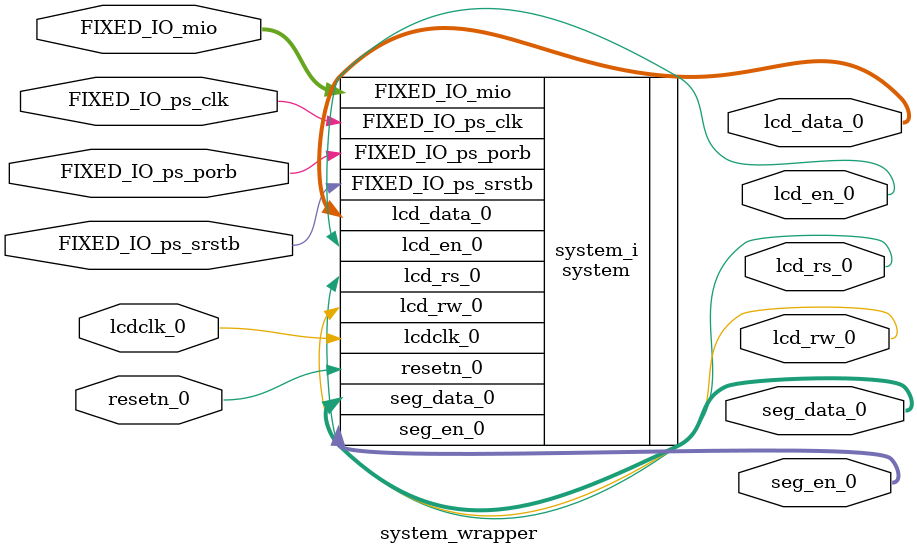
<source format=v>
`timescale 1 ps / 1 ps

module system_wrapper
   (FIXED_IO_mio,
    FIXED_IO_ps_clk,
    FIXED_IO_ps_porb,
    FIXED_IO_ps_srstb,
    lcd_data_0,
    lcd_en_0,
    lcd_rs_0,
    lcd_rw_0,
    lcdclk_0,
    resetn_0,
    seg_data_0,
    seg_en_0);
  inout [53:0]FIXED_IO_mio;
  inout FIXED_IO_ps_clk;
  inout FIXED_IO_ps_porb;
  inout FIXED_IO_ps_srstb;
  output [7:0]lcd_data_0;
  output lcd_en_0;
  output lcd_rs_0;
  output lcd_rw_0;
  input lcdclk_0;
  input resetn_0;
  output [7:0]seg_data_0;
  output [7:0]seg_en_0;

  wire [53:0]FIXED_IO_mio;
  wire FIXED_IO_ps_clk;
  wire FIXED_IO_ps_porb;
  wire FIXED_IO_ps_srstb;
  wire [7:0]lcd_data_0;
  wire lcd_en_0;
  wire lcd_rs_0;
  wire lcd_rw_0;
  wire lcdclk_0;
  wire resetn_0;
  wire [7:0]seg_data_0;
  wire [7:0]seg_en_0;

  system system_i
       (.FIXED_IO_mio(FIXED_IO_mio),
        .FIXED_IO_ps_clk(FIXED_IO_ps_clk),
        .FIXED_IO_ps_porb(FIXED_IO_ps_porb),
        .FIXED_IO_ps_srstb(FIXED_IO_ps_srstb),
        .lcd_data_0(lcd_data_0),
        .lcd_en_0(lcd_en_0),
        .lcd_rs_0(lcd_rs_0),
        .lcd_rw_0(lcd_rw_0),
        .lcdclk_0(lcdclk_0),
        .resetn_0(resetn_0),
        .seg_data_0(seg_data_0),
        .seg_en_0(seg_en_0));
endmodule

</source>
